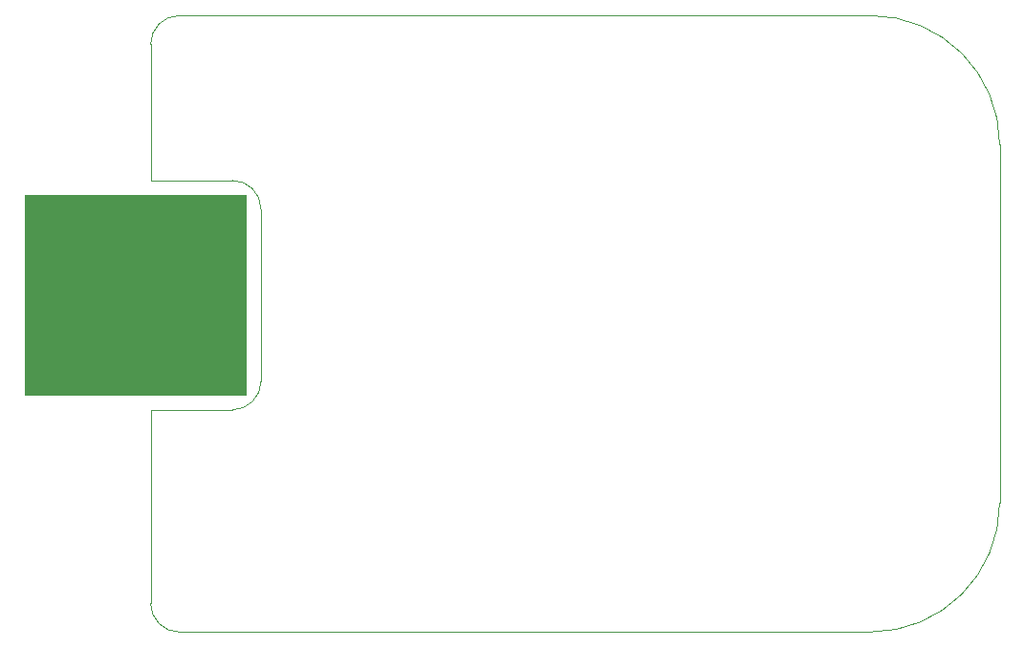
<source format=gbr>
%TF.GenerationSoftware,Altium Limited,Altium Designer,21.5.1 (32)*%
G04 Layer_Color=16711935*
%FSLAX45Y45*%
%MOMM*%
%TF.SameCoordinates,6D93875A-9943-4EB1-8E24-321CDD5DE8D5*%
%TF.FilePolarity,Positive*%
%TF.FileFunction,Keep-out,Top*%
%TF.Part,Single*%
G01*
G75*
%TA.AperFunction,NonConductor*%
%ADD126C,0.10000*%
G36*
Y3873500D02*
Y2095500D01*
X1968500D01*
Y3873500D01*
X0D01*
D02*
G37*
D126*
X1841500Y1968500D02*
G03*
X2095500Y2222500I0J254000D01*
G01*
Y3746500D02*
G03*
X1841500Y4000500I-254000J0D01*
G01*
X1371600Y5461000D02*
G03*
X1117600Y5207000I0J-254000D01*
G01*
X1117600Y254000D02*
G03*
X1371600Y0I254000J0D01*
G01*
X7492951Y-2D02*
G03*
X8635951Y1142998I0J1143000D01*
G01*
X8636002Y4317951D02*
G03*
X7493002Y5460951I-1143000J0D01*
G01*
X1117600Y4000500D02*
Y5207000D01*
Y254000D02*
Y1968500D01*
X1371600Y5461000D02*
X7492954D01*
X2095500Y2222500D02*
Y3746500D01*
X1117600Y4000500D02*
X1841500D01*
X1117600Y1968500D02*
X1841500D01*
X1371600Y0D02*
X7493000D01*
X8636000Y1143000D02*
Y4317954D01*
%TF.MD5,650ab44be9e19c117ba23da9e0fa18a8*%
M02*

</source>
